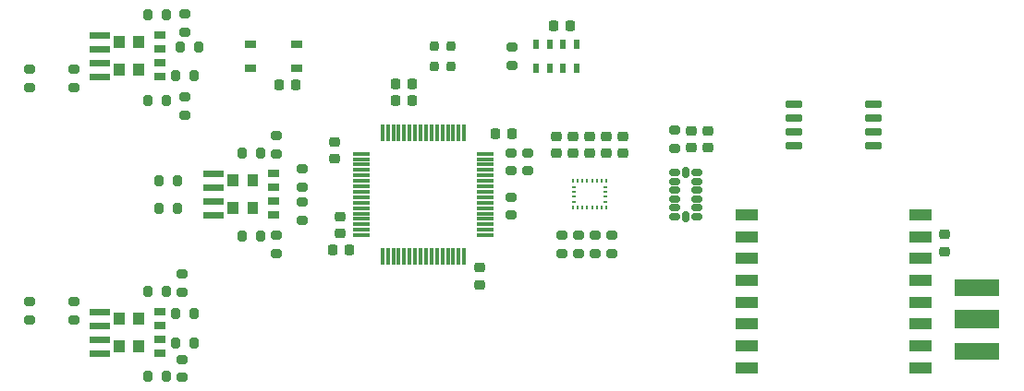
<source format=gtp>
%TF.GenerationSoftware,KiCad,Pcbnew,(6.0.5)*%
%TF.CreationDate,2023-05-13T15:18:51-04:00*%
%TF.ProjectId,SAP Mk2,53415020-4d6b-4322-9e6b-696361645f70,rev?*%
%TF.SameCoordinates,Original*%
%TF.FileFunction,Paste,Top*%
%TF.FilePolarity,Positive*%
%FSLAX46Y46*%
G04 Gerber Fmt 4.6, Leading zero omitted, Abs format (unit mm)*
G04 Created by KiCad (PCBNEW (6.0.5)) date 2023-05-13 15:18:51*
%MOMM*%
%LPD*%
G01*
G04 APERTURE LIST*
G04 Aperture macros list*
%AMRoundRect*
0 Rectangle with rounded corners*
0 $1 Rounding radius*
0 $2 $3 $4 $5 $6 $7 $8 $9 X,Y pos of 4 corners*
0 Add a 4 corners polygon primitive as box body*
4,1,4,$2,$3,$4,$5,$6,$7,$8,$9,$2,$3,0*
0 Add four circle primitives for the rounded corners*
1,1,$1+$1,$2,$3*
1,1,$1+$1,$4,$5*
1,1,$1+$1,$6,$7*
1,1,$1+$1,$8,$9*
0 Add four rect primitives between the rounded corners*
20,1,$1+$1,$2,$3,$4,$5,0*
20,1,$1+$1,$4,$5,$6,$7,0*
20,1,$1+$1,$6,$7,$8,$9,0*
20,1,$1+$1,$8,$9,$2,$3,0*%
G04 Aperture macros list end*
%ADD10RoundRect,0.200000X0.200000X0.275000X-0.200000X0.275000X-0.200000X-0.275000X0.200000X-0.275000X0*%
%ADD11RoundRect,0.225000X-0.225000X-0.250000X0.225000X-0.250000X0.225000X0.250000X-0.225000X0.250000X0*%
%ADD12RoundRect,0.200000X0.275000X-0.200000X0.275000X0.200000X-0.275000X0.200000X-0.275000X-0.200000X0*%
%ADD13RoundRect,0.225000X0.250000X-0.225000X0.250000X0.225000X-0.250000X0.225000X-0.250000X-0.225000X0*%
%ADD14RoundRect,0.225000X-0.250000X0.225000X-0.250000X-0.225000X0.250000X-0.225000X0.250000X0.225000X0*%
%ADD15R,1.100000X0.650000*%
%ADD16RoundRect,0.200000X-0.275000X0.200000X-0.275000X-0.200000X0.275000X-0.200000X0.275000X0.200000X0*%
%ADD17RoundRect,0.200000X-0.200000X-0.250000X0.200000X-0.250000X0.200000X0.250000X-0.200000X0.250000X0*%
%ADD18RoundRect,0.225000X0.225000X0.250000X-0.225000X0.250000X-0.225000X-0.250000X0.225000X-0.250000X0*%
%ADD19R,4.190000X1.780000*%
%ADD20R,4.190000X1.500000*%
%ADD21R,2.000000X1.000000*%
%ADD22R,1.050000X0.650000*%
%ADD23RoundRect,0.150000X0.325000X0.150000X-0.325000X0.150000X-0.325000X-0.150000X0.325000X-0.150000X0*%
%ADD24RoundRect,0.150000X0.150000X0.325000X-0.150000X0.325000X-0.150000X-0.325000X0.150000X-0.325000X0*%
%ADD25RoundRect,0.075000X-0.075000X0.700000X-0.075000X-0.700000X0.075000X-0.700000X0.075000X0.700000X0*%
%ADD26RoundRect,0.075000X-0.700000X0.075000X-0.700000X-0.075000X0.700000X-0.075000X0.700000X0.075000X0*%
%ADD27R,0.550000X0.950000*%
%ADD28R,0.230000X0.350000*%
%ADD29R,0.350000X0.230000*%
%ADD30RoundRect,0.150000X-0.650000X-0.150000X0.650000X-0.150000X0.650000X0.150000X-0.650000X0.150000X0*%
G04 APERTURE END LIST*
%TO.C,Q1*%
G36*
X117931000Y-130260000D02*
G01*
X116931000Y-130260000D01*
X116931000Y-131360000D01*
X117931000Y-131360000D01*
X117931000Y-130260000D01*
G37*
G36*
X114681000Y-133040000D02*
G01*
X116581000Y-133040000D01*
X116581000Y-132390000D01*
X114681000Y-132390000D01*
X114681000Y-133040000D01*
G37*
G36*
X114681000Y-134310000D02*
G01*
X116581000Y-134310000D01*
X116581000Y-133660000D01*
X114681000Y-133660000D01*
X114681000Y-134310000D01*
G37*
G36*
X117931000Y-133900000D02*
G01*
X116931000Y-133900000D01*
X116931000Y-132800000D01*
X117931000Y-132800000D01*
X117931000Y-133900000D01*
G37*
G36*
X114681000Y-131120000D02*
G01*
X116581000Y-131120000D01*
X116581000Y-131770000D01*
X114681000Y-131770000D01*
X114681000Y-131120000D01*
G37*
G36*
X119731000Y-130260000D02*
G01*
X118731000Y-130260000D01*
X118731000Y-131360000D01*
X119731000Y-131360000D01*
X119731000Y-130260000D01*
G37*
G36*
X114681000Y-129850000D02*
G01*
X116581000Y-129850000D01*
X116581000Y-130500000D01*
X114681000Y-130500000D01*
X114681000Y-129850000D01*
G37*
G36*
X119731000Y-133900000D02*
G01*
X118731000Y-133900000D01*
X118731000Y-132800000D01*
X119731000Y-132800000D01*
X119731000Y-133900000D01*
G37*
%TO.C,Q2*%
G36*
X125112011Y-118420000D02*
G01*
X127012011Y-118420000D01*
X127012011Y-119070000D01*
X125112011Y-119070000D01*
X125112011Y-118420000D01*
G37*
G36*
X128362011Y-121200000D02*
G01*
X127362011Y-121200000D01*
X127362011Y-120100000D01*
X128362011Y-120100000D01*
X128362011Y-121200000D01*
G37*
G36*
X125112011Y-120340000D02*
G01*
X127012011Y-120340000D01*
X127012011Y-119690000D01*
X125112011Y-119690000D01*
X125112011Y-120340000D01*
G37*
G36*
X130162011Y-121200000D02*
G01*
X129162011Y-121200000D01*
X129162011Y-120100000D01*
X130162011Y-120100000D01*
X130162011Y-121200000D01*
G37*
G36*
X130162011Y-117560000D02*
G01*
X129162011Y-117560000D01*
X129162011Y-118660000D01*
X130162011Y-118660000D01*
X130162011Y-117560000D01*
G37*
G36*
X125112011Y-117150000D02*
G01*
X127012011Y-117150000D01*
X127012011Y-117800000D01*
X125112011Y-117800000D01*
X125112011Y-117150000D01*
G37*
G36*
X128362011Y-117560000D02*
G01*
X127362011Y-117560000D01*
X127362011Y-118660000D01*
X128362011Y-118660000D01*
X128362011Y-117560000D01*
G37*
G36*
X125112011Y-121610000D02*
G01*
X127012011Y-121610000D01*
X127012011Y-120960000D01*
X125112011Y-120960000D01*
X125112011Y-121610000D01*
G37*
%TO.C,Q3*%
G36*
X114681000Y-107640000D02*
G01*
X116581000Y-107640000D01*
X116581000Y-106990000D01*
X114681000Y-106990000D01*
X114681000Y-107640000D01*
G37*
G36*
X117931000Y-108500000D02*
G01*
X116931000Y-108500000D01*
X116931000Y-107400000D01*
X117931000Y-107400000D01*
X117931000Y-108500000D01*
G37*
G36*
X117931000Y-104860000D02*
G01*
X116931000Y-104860000D01*
X116931000Y-105960000D01*
X117931000Y-105960000D01*
X117931000Y-104860000D01*
G37*
G36*
X119731000Y-104860000D02*
G01*
X118731000Y-104860000D01*
X118731000Y-105960000D01*
X119731000Y-105960000D01*
X119731000Y-104860000D01*
G37*
G36*
X114681000Y-108910000D02*
G01*
X116581000Y-108910000D01*
X116581000Y-108260000D01*
X114681000Y-108260000D01*
X114681000Y-108910000D01*
G37*
G36*
X114681000Y-104450000D02*
G01*
X116581000Y-104450000D01*
X116581000Y-105100000D01*
X114681000Y-105100000D01*
X114681000Y-104450000D01*
G37*
G36*
X119731000Y-108500000D02*
G01*
X118731000Y-108500000D01*
X118731000Y-107400000D01*
X119731000Y-107400000D01*
X119731000Y-108500000D01*
G37*
G36*
X114681000Y-105720000D02*
G01*
X116581000Y-105720000D01*
X116581000Y-106370000D01*
X114681000Y-106370000D01*
X114681000Y-105720000D01*
G37*
%TD*%
D10*
%TO.C,R38*%
X124675400Y-105867200D03*
X123025400Y-105867200D03*
%TD*%
D11*
%TO.C,C8*%
X157213000Y-103886000D03*
X158763000Y-103886000D03*
%TD*%
D12*
%TO.C,R11*%
X153340341Y-117195376D03*
X153340341Y-115545376D03*
%TD*%
D13*
%TO.C,C5*%
X157480000Y-115583000D03*
X157480000Y-114033000D03*
%TD*%
D12*
%TO.C,R14*%
X123190000Y-136156200D03*
X123190000Y-134506200D03*
%TD*%
D14*
%TO.C,C12*%
X137668000Y-121399000D03*
X137668000Y-122949000D03*
%TD*%
D12*
%TO.C,R12*%
X154864341Y-117195376D03*
X154864341Y-115545376D03*
%TD*%
D15*
%TO.C,Q1*%
X121131000Y-133985000D03*
X121131000Y-132715000D03*
X121131000Y-131445000D03*
X121131000Y-130175000D03*
%TD*%
D14*
%TO.C,C2*%
X169815000Y-113525000D03*
X169815000Y-115075000D03*
%TD*%
D12*
%TO.C,R20*%
X123190000Y-128333000D03*
X123190000Y-126683000D03*
%TD*%
D16*
%TO.C,R1*%
X159512000Y-123127000D03*
X159512000Y-124777000D03*
%TD*%
D17*
%TO.C,Y1*%
X146341000Y-105755000D03*
X146341000Y-107605000D03*
X147791000Y-107605000D03*
X147791000Y-105755000D03*
%TD*%
D18*
%TO.C,C11*%
X133612489Y-109316978D03*
X132062489Y-109316978D03*
%TD*%
D16*
%TO.C,R28*%
X123444000Y-102807000D03*
X123444000Y-104457000D03*
%TD*%
D13*
%TO.C,C9*%
X159004000Y-115583000D03*
X159004000Y-114033000D03*
%TD*%
D12*
%TO.C,R16*%
X131826000Y-115633000D03*
X131826000Y-113983000D03*
%TD*%
D10*
%TO.C,R31*%
X124269000Y-130302000D03*
X122619000Y-130302000D03*
%TD*%
D12*
%TO.C,R6*%
X157988000Y-124777000D03*
X157988000Y-123127000D03*
%TD*%
D13*
%TO.C,C4*%
X160528000Y-115583000D03*
X160528000Y-114033000D03*
%TD*%
D11*
%TO.C,C13*%
X151867000Y-113792000D03*
X153417000Y-113792000D03*
%TD*%
D13*
%TO.C,C20*%
X193040000Y-124600000D03*
X193040000Y-123050000D03*
%TD*%
D10*
%TO.C,R24*%
X121729000Y-110794800D03*
X120079000Y-110794800D03*
%TD*%
D19*
%TO.C,AE1*%
X196013492Y-130837784D03*
D20*
X196013492Y-133744324D03*
X196013492Y-127931244D03*
%TD*%
D21*
%TO.C,U5*%
X174880000Y-121270000D03*
X174880000Y-123270000D03*
X174880000Y-125270000D03*
X174880000Y-127270000D03*
X174880000Y-129270000D03*
X174880000Y-131270000D03*
X174880000Y-133270000D03*
X174880000Y-135270000D03*
X190880000Y-135270000D03*
X190880000Y-133270000D03*
X190880000Y-131270000D03*
X190880000Y-129270000D03*
X190880000Y-127270000D03*
X190880000Y-125270000D03*
X190880000Y-123270000D03*
X190880000Y-121270000D03*
%TD*%
D16*
%TO.C,R21*%
X113284000Y-107887000D03*
X113284000Y-109537000D03*
%TD*%
%TO.C,R4*%
X153416000Y-105855000D03*
X153416000Y-107505000D03*
%TD*%
D15*
%TO.C,Q2*%
X131562011Y-121285000D03*
X131562011Y-120015000D03*
X131562011Y-118745000D03*
X131562011Y-117475000D03*
%TD*%
D16*
%TO.C,R10*%
X153340341Y-119641121D03*
X153340341Y-121291121D03*
%TD*%
D10*
%TO.C,R30*%
X121729000Y-102870000D03*
X120079000Y-102870000D03*
%TD*%
D13*
%TO.C,C7*%
X171339000Y-115075000D03*
X171339000Y-113525000D03*
%TD*%
D10*
%TO.C,R23*%
X121729000Y-128270000D03*
X120079000Y-128270000D03*
%TD*%
D22*
%TO.C,SW1*%
X133647000Y-105605000D03*
X129497000Y-105605000D03*
X129497000Y-107755000D03*
X133647000Y-107755000D03*
%TD*%
D16*
%TO.C,R27*%
X109220000Y-107887000D03*
X109220000Y-109537000D03*
%TD*%
D10*
%TO.C,R18*%
X130365000Y-115570000D03*
X128715000Y-115570000D03*
%TD*%
D16*
%TO.C,R26*%
X131826000Y-123127000D03*
X131826000Y-124777000D03*
%TD*%
D11*
%TO.C,C18*%
X142735000Y-109220000D03*
X144285000Y-109220000D03*
%TD*%
D23*
%TO.C,U3*%
X170307000Y-121380000D03*
X170307000Y-120580000D03*
X170307000Y-119780000D03*
X170307000Y-118980000D03*
X170307000Y-118180000D03*
X170307000Y-117380000D03*
D24*
X169307000Y-117380000D03*
D23*
X168307000Y-117380000D03*
X168307000Y-118180000D03*
X168307000Y-118980000D03*
X168307000Y-119780000D03*
X168307000Y-120580000D03*
X168307000Y-121380000D03*
D24*
X169307000Y-121380000D03*
%TD*%
D16*
%TO.C,R5*%
X161036000Y-123127000D03*
X161036000Y-124777000D03*
%TD*%
%TO.C,R22*%
X123444000Y-110427000D03*
X123444000Y-112077000D03*
%TD*%
D13*
%TO.C,C10*%
X163576000Y-115583000D03*
X163576000Y-114033000D03*
%TD*%
%TO.C,C1*%
X162052000Y-115583000D03*
X162052000Y-114033000D03*
%TD*%
D10*
%TO.C,R15*%
X122745000Y-118110000D03*
X121095000Y-118110000D03*
%TD*%
D25*
%TO.C,U6*%
X149038000Y-113705000D03*
X148538000Y-113705000D03*
X148038000Y-113705000D03*
X147538000Y-113705000D03*
X147038000Y-113705000D03*
X146538000Y-113705000D03*
X146038000Y-113705000D03*
X145538000Y-113705000D03*
X145038000Y-113705000D03*
X144538000Y-113705000D03*
X144038000Y-113705000D03*
X143538000Y-113705000D03*
X143038000Y-113705000D03*
X142538000Y-113705000D03*
X142038000Y-113705000D03*
X141538000Y-113705000D03*
D26*
X139613000Y-115630000D03*
X139613000Y-116130000D03*
X139613000Y-116630000D03*
X139613000Y-117130000D03*
X139613000Y-117630000D03*
X139613000Y-118130000D03*
X139613000Y-118630000D03*
X139613000Y-119130000D03*
X139613000Y-119630000D03*
X139613000Y-120130000D03*
X139613000Y-120630000D03*
X139613000Y-121130000D03*
X139613000Y-121630000D03*
X139613000Y-122130000D03*
X139613000Y-122630000D03*
X139613000Y-123130000D03*
D25*
X141538000Y-125055000D03*
X142038000Y-125055000D03*
X142538000Y-125055000D03*
X143038000Y-125055000D03*
X143538000Y-125055000D03*
X144038000Y-125055000D03*
X144538000Y-125055000D03*
X145038000Y-125055000D03*
X145538000Y-125055000D03*
X146038000Y-125055000D03*
X146538000Y-125055000D03*
X147038000Y-125055000D03*
X147538000Y-125055000D03*
X148038000Y-125055000D03*
X148538000Y-125055000D03*
X149038000Y-125055000D03*
D26*
X150963000Y-123130000D03*
X150963000Y-122630000D03*
X150963000Y-122130000D03*
X150963000Y-121630000D03*
X150963000Y-121130000D03*
X150963000Y-120630000D03*
X150963000Y-120130000D03*
X150963000Y-119630000D03*
X150963000Y-119130000D03*
X150963000Y-118630000D03*
X150963000Y-118130000D03*
X150963000Y-117630000D03*
X150963000Y-117130000D03*
X150963000Y-116630000D03*
X150963000Y-116130000D03*
X150963000Y-115630000D03*
%TD*%
D27*
%TO.C,U2*%
X159355000Y-105605000D03*
X158105000Y-105605000D03*
X156855000Y-105605000D03*
X155605000Y-105605000D03*
X155605000Y-107755000D03*
X156855000Y-107755000D03*
X158105000Y-107755000D03*
X159355000Y-107755000D03*
%TD*%
D13*
%TO.C,C15*%
X137160000Y-116091000D03*
X137160000Y-114541000D03*
%TD*%
D16*
%TO.C,R3*%
X168291000Y-113475000D03*
X168291000Y-115125000D03*
%TD*%
%TO.C,R2*%
X162560000Y-123127000D03*
X162560000Y-124777000D03*
%TD*%
D14*
%TO.C,C14*%
X150422078Y-126103070D03*
X150422078Y-127653070D03*
%TD*%
D10*
%TO.C,R25*%
X122745000Y-120650000D03*
X121095000Y-120650000D03*
%TD*%
%TO.C,R34*%
X124269000Y-133045200D03*
X122619000Y-133045200D03*
%TD*%
D12*
%TO.C,R13*%
X109220000Y-130873000D03*
X109220000Y-129223000D03*
%TD*%
D18*
%TO.C,C16*%
X138512449Y-124475255D03*
X136962449Y-124475255D03*
%TD*%
D15*
%TO.C,Q3*%
X121131000Y-108585000D03*
X121131000Y-107315000D03*
X121131000Y-106045000D03*
X121131000Y-104775000D03*
%TD*%
D10*
%TO.C,R39*%
X124269000Y-108458000D03*
X122619000Y-108458000D03*
%TD*%
D28*
%TO.C,U4*%
X159023000Y-118155000D03*
D29*
X159053000Y-118735000D03*
X159053000Y-119165000D03*
X159053000Y-119595000D03*
X159053000Y-120025000D03*
D28*
X159023000Y-120605000D03*
X159453000Y-120605000D03*
X159883000Y-120605000D03*
X160313000Y-120605000D03*
X160743000Y-120605000D03*
X161173000Y-120605000D03*
X161603000Y-120605000D03*
X162033000Y-120605000D03*
D29*
X162003000Y-120025000D03*
X162003000Y-119595000D03*
X162003000Y-119165000D03*
X162003000Y-118735000D03*
D28*
X162033000Y-118155000D03*
X161603000Y-118155000D03*
X161173000Y-118155000D03*
X160743000Y-118155000D03*
X160313000Y-118155000D03*
X159883000Y-118155000D03*
X159453000Y-118155000D03*
%TD*%
D12*
%TO.C,R35*%
X134213600Y-121729000D03*
X134213600Y-120079000D03*
%TD*%
D10*
%TO.C,R29*%
X130365000Y-123190000D03*
X128715000Y-123190000D03*
%TD*%
D12*
%TO.C,R32*%
X134213600Y-118681000D03*
X134213600Y-117031000D03*
%TD*%
D11*
%TO.C,C17*%
X142735000Y-110744000D03*
X144285000Y-110744000D03*
%TD*%
D12*
%TO.C,R19*%
X113284000Y-130873000D03*
X113284000Y-129223000D03*
%TD*%
D30*
%TO.C,U8*%
X179280000Y-111125000D03*
X179280000Y-112395000D03*
X179280000Y-113665000D03*
X179280000Y-114935000D03*
X186480000Y-114935000D03*
X186480000Y-113665000D03*
X186480000Y-112395000D03*
X186480000Y-111125000D03*
%TD*%
D10*
%TO.C,R17*%
X121729000Y-136093200D03*
X120079000Y-136093200D03*
%TD*%
M02*

</source>
